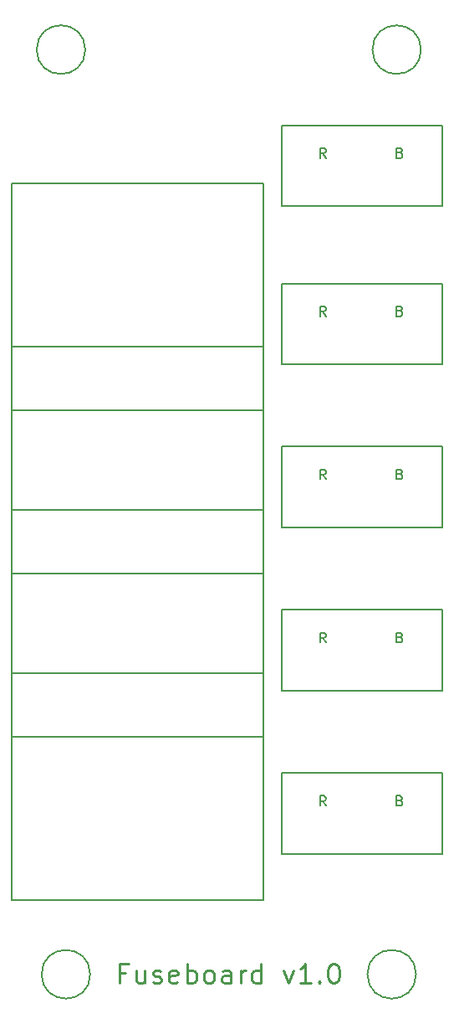
<source format=gbr>
G04 #@! TF.GenerationSoftware,KiCad,Pcbnew,5.1.2-f72e74a~84~ubuntu18.04.1*
G04 #@! TF.CreationDate,2019-05-08T19:05:58-06:00*
G04 #@! TF.ProjectId,anderson_fuse_board,616e6465-7273-46f6-9e5f-667573655f62,rev?*
G04 #@! TF.SameCoordinates,Original*
G04 #@! TF.FileFunction,Legend,Top*
G04 #@! TF.FilePolarity,Positive*
%FSLAX46Y46*%
G04 Gerber Fmt 4.6, Leading zero omitted, Abs format (unit mm)*
G04 Created by KiCad (PCBNEW 5.1.2-f72e74a~84~ubuntu18.04.1) date 2019-05-08 19:05:58*
%MOMM*%
%LPD*%
G04 APERTURE LIST*
%ADD10C,0.250000*%
%ADD11C,0.150000*%
%ADD12C,0.200000*%
G04 APERTURE END LIST*
D10*
X88071428Y-153357142D02*
X87404761Y-153357142D01*
X87404761Y-154404761D02*
X87404761Y-152404761D01*
X88357142Y-152404761D01*
X89976190Y-153071428D02*
X89976190Y-154404761D01*
X89119047Y-153071428D02*
X89119047Y-154119047D01*
X89214285Y-154309523D01*
X89404761Y-154404761D01*
X89690476Y-154404761D01*
X89880952Y-154309523D01*
X89976190Y-154214285D01*
X90833333Y-154309523D02*
X91023809Y-154404761D01*
X91404761Y-154404761D01*
X91595238Y-154309523D01*
X91690476Y-154119047D01*
X91690476Y-154023809D01*
X91595238Y-153833333D01*
X91404761Y-153738095D01*
X91119047Y-153738095D01*
X90928571Y-153642857D01*
X90833333Y-153452380D01*
X90833333Y-153357142D01*
X90928571Y-153166666D01*
X91119047Y-153071428D01*
X91404761Y-153071428D01*
X91595238Y-153166666D01*
X93309523Y-154309523D02*
X93119047Y-154404761D01*
X92738095Y-154404761D01*
X92547619Y-154309523D01*
X92452380Y-154119047D01*
X92452380Y-153357142D01*
X92547619Y-153166666D01*
X92738095Y-153071428D01*
X93119047Y-153071428D01*
X93309523Y-153166666D01*
X93404761Y-153357142D01*
X93404761Y-153547619D01*
X92452380Y-153738095D01*
X94261904Y-154404761D02*
X94261904Y-152404761D01*
X94261904Y-153166666D02*
X94452380Y-153071428D01*
X94833333Y-153071428D01*
X95023809Y-153166666D01*
X95119047Y-153261904D01*
X95214285Y-153452380D01*
X95214285Y-154023809D01*
X95119047Y-154214285D01*
X95023809Y-154309523D01*
X94833333Y-154404761D01*
X94452380Y-154404761D01*
X94261904Y-154309523D01*
X96357142Y-154404761D02*
X96166666Y-154309523D01*
X96071428Y-154214285D01*
X95976190Y-154023809D01*
X95976190Y-153452380D01*
X96071428Y-153261904D01*
X96166666Y-153166666D01*
X96357142Y-153071428D01*
X96642857Y-153071428D01*
X96833333Y-153166666D01*
X96928571Y-153261904D01*
X97023809Y-153452380D01*
X97023809Y-154023809D01*
X96928571Y-154214285D01*
X96833333Y-154309523D01*
X96642857Y-154404761D01*
X96357142Y-154404761D01*
X98738095Y-154404761D02*
X98738095Y-153357142D01*
X98642857Y-153166666D01*
X98452380Y-153071428D01*
X98071428Y-153071428D01*
X97880952Y-153166666D01*
X98738095Y-154309523D02*
X98547619Y-154404761D01*
X98071428Y-154404761D01*
X97880952Y-154309523D01*
X97785714Y-154119047D01*
X97785714Y-153928571D01*
X97880952Y-153738095D01*
X98071428Y-153642857D01*
X98547619Y-153642857D01*
X98738095Y-153547619D01*
X99690476Y-154404761D02*
X99690476Y-153071428D01*
X99690476Y-153452380D02*
X99785714Y-153261904D01*
X99880952Y-153166666D01*
X100071428Y-153071428D01*
X100261904Y-153071428D01*
X101785714Y-154404761D02*
X101785714Y-152404761D01*
X101785714Y-154309523D02*
X101595238Y-154404761D01*
X101214285Y-154404761D01*
X101023809Y-154309523D01*
X100928571Y-154214285D01*
X100833333Y-154023809D01*
X100833333Y-153452380D01*
X100928571Y-153261904D01*
X101023809Y-153166666D01*
X101214285Y-153071428D01*
X101595238Y-153071428D01*
X101785714Y-153166666D01*
X104071428Y-153071428D02*
X104547619Y-154404761D01*
X105023809Y-153071428D01*
X106833333Y-154404761D02*
X105690476Y-154404761D01*
X106261904Y-154404761D02*
X106261904Y-152404761D01*
X106071428Y-152690476D01*
X105880952Y-152880952D01*
X105690476Y-152976190D01*
X107690476Y-154214285D02*
X107785714Y-154309523D01*
X107690476Y-154404761D01*
X107595238Y-154309523D01*
X107690476Y-154214285D01*
X107690476Y-154404761D01*
X109023809Y-152404761D02*
X109214285Y-152404761D01*
X109404761Y-152500000D01*
X109500000Y-152595238D01*
X109595238Y-152785714D01*
X109690476Y-153166666D01*
X109690476Y-153642857D01*
X109595238Y-154023809D01*
X109500000Y-154214285D01*
X109404761Y-154309523D01*
X109214285Y-154404761D01*
X109023809Y-154404761D01*
X108833333Y-154309523D01*
X108738095Y-154214285D01*
X108642857Y-154023809D01*
X108547619Y-153642857D01*
X108547619Y-153166666D01*
X108642857Y-152785714D01*
X108738095Y-152595238D01*
X108833333Y-152500000D01*
X109023809Y-152404761D01*
D11*
X76500000Y-73500000D02*
X76500000Y-96500000D01*
X76500000Y-96500000D02*
X102000000Y-96500000D01*
X102000000Y-96500000D02*
X102000000Y-73500000D01*
X102000000Y-73500000D02*
X76500000Y-73500000D01*
X102000000Y-90010000D02*
X76500000Y-90010000D01*
X102000000Y-113010000D02*
X102000000Y-90010000D01*
X76500000Y-113010000D02*
X102000000Y-113010000D01*
X76500000Y-90010000D02*
X76500000Y-113010000D01*
X76500000Y-106520000D02*
X76500000Y-129520000D01*
X76500000Y-129520000D02*
X102000000Y-129520000D01*
X102000000Y-129520000D02*
X102000000Y-106520000D01*
X102000000Y-106520000D02*
X76500000Y-106520000D01*
X102000000Y-123030000D02*
X76500000Y-123030000D01*
X102000000Y-146030000D02*
X102000000Y-123030000D01*
X76500000Y-146030000D02*
X102000000Y-146030000D01*
X76500000Y-123030000D02*
X76500000Y-146030000D01*
D12*
X84462214Y-153500000D02*
G75*
G03X84462214Y-153500000I-2462214J0D01*
G01*
X83962214Y-60000000D02*
G75*
G03X83962214Y-60000000I-2462214J0D01*
G01*
X117962214Y-60000000D02*
G75*
G03X117962214Y-60000000I-2462214J0D01*
G01*
X117462214Y-153500000D02*
G75*
G03X117462214Y-153500000I-2462214J0D01*
G01*
D11*
X120150000Y-67650000D02*
X120150000Y-75800000D01*
X120150000Y-75800000D02*
X103850000Y-75800000D01*
X103850000Y-75800000D02*
X103850000Y-67650000D01*
X103850000Y-67650000D02*
X120150000Y-67650000D01*
X103850000Y-83650000D02*
X120150000Y-83650000D01*
X103850000Y-91800000D02*
X103850000Y-83650000D01*
X120150000Y-91800000D02*
X103850000Y-91800000D01*
X120150000Y-83650000D02*
X120150000Y-91800000D01*
X120150000Y-100150000D02*
X120150000Y-108300000D01*
X120150000Y-108300000D02*
X103850000Y-108300000D01*
X103850000Y-108300000D02*
X103850000Y-100150000D01*
X103850000Y-100150000D02*
X120150000Y-100150000D01*
X103850000Y-116650000D02*
X120150000Y-116650000D01*
X103850000Y-124800000D02*
X103850000Y-116650000D01*
X120150000Y-124800000D02*
X103850000Y-124800000D01*
X120150000Y-116650000D02*
X120150000Y-124800000D01*
X120150000Y-133150000D02*
X120150000Y-141300000D01*
X120150000Y-141300000D02*
X103850000Y-141300000D01*
X103850000Y-141300000D02*
X103850000Y-133150000D01*
X103850000Y-133150000D02*
X120150000Y-133150000D01*
X108309523Y-70952380D02*
X107976190Y-70476190D01*
X107738095Y-70952380D02*
X107738095Y-69952380D01*
X108119047Y-69952380D01*
X108214285Y-70000000D01*
X108261904Y-70047619D01*
X108309523Y-70142857D01*
X108309523Y-70285714D01*
X108261904Y-70380952D01*
X108214285Y-70428571D01*
X108119047Y-70476190D01*
X107738095Y-70476190D01*
X115821428Y-70428571D02*
X115964285Y-70476190D01*
X116011904Y-70523809D01*
X116059523Y-70619047D01*
X116059523Y-70761904D01*
X116011904Y-70857142D01*
X115964285Y-70904761D01*
X115869047Y-70952380D01*
X115488095Y-70952380D01*
X115488095Y-69952380D01*
X115821428Y-69952380D01*
X115916666Y-70000000D01*
X115964285Y-70047619D01*
X116011904Y-70142857D01*
X116011904Y-70238095D01*
X115964285Y-70333333D01*
X115916666Y-70380952D01*
X115821428Y-70428571D01*
X115488095Y-70428571D01*
X115821428Y-86428571D02*
X115964285Y-86476190D01*
X116011904Y-86523809D01*
X116059523Y-86619047D01*
X116059523Y-86761904D01*
X116011904Y-86857142D01*
X115964285Y-86904761D01*
X115869047Y-86952380D01*
X115488095Y-86952380D01*
X115488095Y-85952380D01*
X115821428Y-85952380D01*
X115916666Y-86000000D01*
X115964285Y-86047619D01*
X116011904Y-86142857D01*
X116011904Y-86238095D01*
X115964285Y-86333333D01*
X115916666Y-86380952D01*
X115821428Y-86428571D01*
X115488095Y-86428571D01*
X108309523Y-86952380D02*
X107976190Y-86476190D01*
X107738095Y-86952380D02*
X107738095Y-85952380D01*
X108119047Y-85952380D01*
X108214285Y-86000000D01*
X108261904Y-86047619D01*
X108309523Y-86142857D01*
X108309523Y-86285714D01*
X108261904Y-86380952D01*
X108214285Y-86428571D01*
X108119047Y-86476190D01*
X107738095Y-86476190D01*
X108309523Y-103452380D02*
X107976190Y-102976190D01*
X107738095Y-103452380D02*
X107738095Y-102452380D01*
X108119047Y-102452380D01*
X108214285Y-102500000D01*
X108261904Y-102547619D01*
X108309523Y-102642857D01*
X108309523Y-102785714D01*
X108261904Y-102880952D01*
X108214285Y-102928571D01*
X108119047Y-102976190D01*
X107738095Y-102976190D01*
X115821428Y-102928571D02*
X115964285Y-102976190D01*
X116011904Y-103023809D01*
X116059523Y-103119047D01*
X116059523Y-103261904D01*
X116011904Y-103357142D01*
X115964285Y-103404761D01*
X115869047Y-103452380D01*
X115488095Y-103452380D01*
X115488095Y-102452380D01*
X115821428Y-102452380D01*
X115916666Y-102500000D01*
X115964285Y-102547619D01*
X116011904Y-102642857D01*
X116011904Y-102738095D01*
X115964285Y-102833333D01*
X115916666Y-102880952D01*
X115821428Y-102928571D01*
X115488095Y-102928571D01*
X115821428Y-119428571D02*
X115964285Y-119476190D01*
X116011904Y-119523809D01*
X116059523Y-119619047D01*
X116059523Y-119761904D01*
X116011904Y-119857142D01*
X115964285Y-119904761D01*
X115869047Y-119952380D01*
X115488095Y-119952380D01*
X115488095Y-118952380D01*
X115821428Y-118952380D01*
X115916666Y-119000000D01*
X115964285Y-119047619D01*
X116011904Y-119142857D01*
X116011904Y-119238095D01*
X115964285Y-119333333D01*
X115916666Y-119380952D01*
X115821428Y-119428571D01*
X115488095Y-119428571D01*
X108309523Y-119952380D02*
X107976190Y-119476190D01*
X107738095Y-119952380D02*
X107738095Y-118952380D01*
X108119047Y-118952380D01*
X108214285Y-119000000D01*
X108261904Y-119047619D01*
X108309523Y-119142857D01*
X108309523Y-119285714D01*
X108261904Y-119380952D01*
X108214285Y-119428571D01*
X108119047Y-119476190D01*
X107738095Y-119476190D01*
X108309523Y-136452380D02*
X107976190Y-135976190D01*
X107738095Y-136452380D02*
X107738095Y-135452380D01*
X108119047Y-135452380D01*
X108214285Y-135500000D01*
X108261904Y-135547619D01*
X108309523Y-135642857D01*
X108309523Y-135785714D01*
X108261904Y-135880952D01*
X108214285Y-135928571D01*
X108119047Y-135976190D01*
X107738095Y-135976190D01*
X115821428Y-135928571D02*
X115964285Y-135976190D01*
X116011904Y-136023809D01*
X116059523Y-136119047D01*
X116059523Y-136261904D01*
X116011904Y-136357142D01*
X115964285Y-136404761D01*
X115869047Y-136452380D01*
X115488095Y-136452380D01*
X115488095Y-135452380D01*
X115821428Y-135452380D01*
X115916666Y-135500000D01*
X115964285Y-135547619D01*
X116011904Y-135642857D01*
X116011904Y-135738095D01*
X115964285Y-135833333D01*
X115916666Y-135880952D01*
X115821428Y-135928571D01*
X115488095Y-135928571D01*
M02*

</source>
